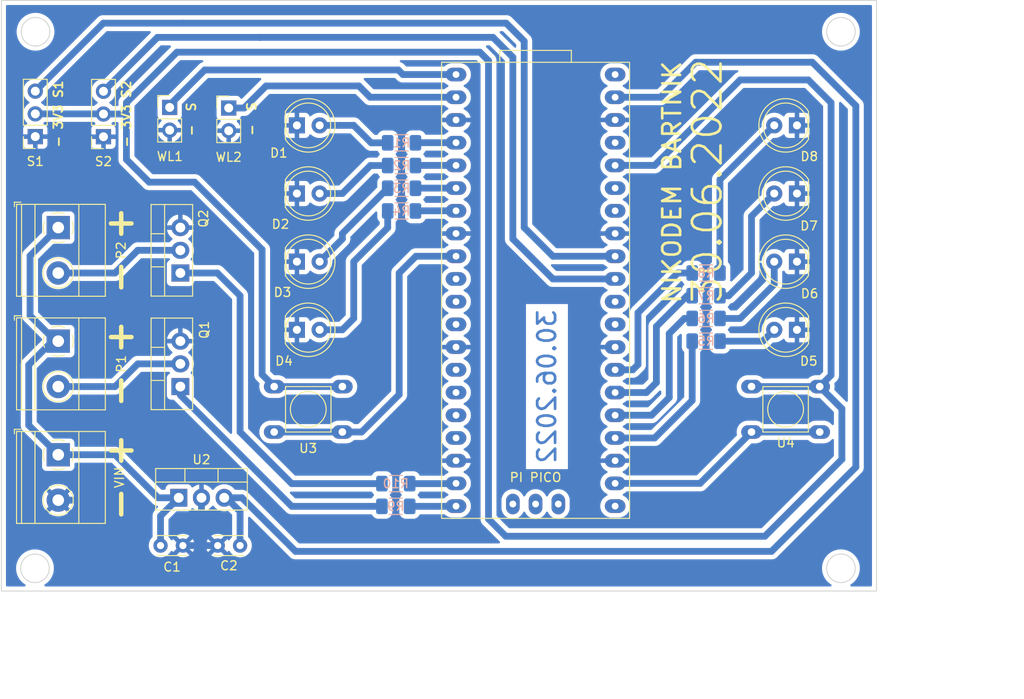
<source format=kicad_pcb>
(kicad_pcb (version 20211014) (generator pcbnew)
  (layers (0 "F.Cu" signal) (31 "B.Cu" signal) (34 "B.Paste" user) (35 "F.Paste" user) (36 "B.SilkS" user "B.Silkscreen") (37 "F.SilkS" user "F.Silkscreen") (38 "B.Mask" user) (39 "F.Mask" user) (44 "Edge.Cuts" user))
  (net 0 "")
  (net 1 "+12V")
  (net 2 "GND")
  (net 3 "+5V")
  (net 4 "Net-(D1-Pad2)")
  (net 5 "Net-(D2-Pad2)")
  (net 6 "Net-(D3-Pad2)")
  (net 7 "Net-(D4-Pad2)")
  (net 8 "Net-(D5-Pad2)")
  (net 9 "Net-(D6-Pad2)")
  (net 10 "Net-(D7-Pad2)")
  (net 11 "Net-(D8-Pad2)")
  (net 12 "Net-(J1-Pad2)")
  (net 13 "Net-(J2-Pad2)")
  (net 14 "+3V3")
  (net 15 "S1")
  (net 16 "Net-(Q1-Pad1)")
  (net 17 "Net-(Q2-Pad1)")
  (net 18 "LED_R1")
  (net 19 "LED_R2")
  (net 20 "LED_R3")
  (net 21 "LED_R4")
  (net 22 "LED_G1")
  (net 23 "LED_G2")
  (net 24 "LED_G3")
  (net 25 "LED_G4")
  (net 26 "BUTTON1")
  (net 27 "BUTTON2")
  (net 39 "WATER_LEVEL_SENSOR1")
  (net 40 "WATER_LEVEL_SENSOR2")
  (net 41 "S2")
  (net 42 "PUMP1")
  (net 43 "PUMP2")
  (footprint "Connector_PinHeader_2.54mm:PinHeader_1x02_P2.54mm_Vertical" (layer "F.Cu") (at 111.511496 72.922386)
    (fp_text reference "WL1" (at 0.025371 5.483167) (layer "F.SilkS"))
    (fp_text value "Water level sensor 1")
    (fp_line (start -1.33 3.87) (end 1.33 3.87) (layer "F.SilkS") (width 0.12))
    (fp_line (start 1.33 1.27) (end 1.33 3.87) (layer "F.SilkS") (width 0.12))
    (fp_line (start -1.33 1.27) (end -1.33 3.87) (layer "F.SilkS") (width 0.12))
    (fp_line (start -1.33 1.27) (end 1.33 1.27) (layer "F.SilkS") (width 0.12))
    (fp_line (start -1.33 -1.33) (end 0 -1.33) (layer "F.SilkS") (width 0.12))
    (fp_line (start -1.33 0) (end -1.33 -1.33) (layer "F.SilkS") (width 0.12))
    (pad "1" thru_hole rect (at 0 0) (size 1.7 1.7) (drill 1) (layers *.Cu *.Mask) (net 39 "WATER_LEVEL_SENSOR1"))
    (pad "2" thru_hole oval (at 0 2.54) (size 1.7 1.7) (drill 1) (layers *.Cu *.Mask) (net 2 "GND"))
  )
  (footprint "Capacitor_THT:C_Disc_D3.0mm_W2.0mm_P2.50mm" (layer "F.Cu") (at 110.49 121.92)
    (fp_text reference "C1" (at 1.287815 2.394066) (layer "F.SilkS"))
    (fp_text value "100u")
    (fp_line (start -0.37 -1.12) (end 2.87 -1.12) (layer "F.SilkS") (width 0.12))
    (fp_line (start -0.37 1.12) (end 2.87 1.12) (layer "F.SilkS") (width 0.12))
    (fp_line (start 2.87 1.055) (end 2.87 1.12) (layer "F.SilkS") (width 0.12))
    (fp_line (start -0.37 -1.12) (end -0.37 -1.055) (layer "F.SilkS") (width 0.12))
    (fp_line (start -0.37 1.055) (end -0.37 1.12) (layer "F.SilkS") (width 0.12))
    (fp_line (start 2.87 -1.12) (end 2.87 -1.055) (layer "F.SilkS") (width 0.12))
    (pad "1" thru_hole circle (at 0 0) (size 1.6 1.6) (drill 0.8) (layers *.Cu *.Mask) (net 1 "+12V"))
    (pad "2" thru_hole circle (at 2.5 0) (size 1.6 1.6) (drill 0.8) (layers *.Cu *.Mask) (net 2 "GND"))
  )
  (footprint "RaspberryPi:raspberry pi pico" (layer "F.Cu") (at 152.4 69.245)
    (fp_text reference "PI PICO" (at 0 45.055 unlocked) (layer "F.SilkS"))
    (fp_text value "pi pico")
    (fp_line (start -4 -2.7) (end 4 -2.7) (layer "F.SilkS") (width 0.12))
    (fp_line (start -4 -1.37) (end -4 -2.7) (layer "F.SilkS") (width 0.12))
    (fp_line (start 4 -2.7) (end 4 -1.37) (layer "F.SilkS") (width 0.12))
    (fp_rect (start -10.5 -1.37) (end 10.5 49.63) (layer "F.SilkS") (width 0.12) (fill none))
    (pad "1" thru_hole oval (at -8.89 0) (size 2.3 1.524) (drill 0.762) (layers *.Cu *.Mask) (net 39 "WATER_LEVEL_SENSOR1"))
    (pad "2" thru_hole oval (at -8.89 2.54) (size 2.3 1.524) (drill 0.762) (layers *.Cu *.Mask) (net 40 "WATER_LEVEL_SENSOR2"))
    (pad "3" thru_hole oval (at -8.89 5.08) (size 2.3 1.524) (drill 0.762) (layers *.Cu *.Mask) (net 2 "GND"))
    (pad "4" thru_hole oval (at -8.89 7.62) (size 2.3 1.524) (drill 0.762) (layers *.Cu *.Mask) (net 18 "LED_R1"))
    (pad "5" thru_hole oval (at -8.89 10.16) (size 2.3 1.524) (drill 0.762) (layers *.Cu *.Mask) (net 19 "LED_R2"))
    (pad "6" thru_hole oval (at -8.89 12.7) (size 2.3 1.524) (drill 0.762) (layers *.Cu *.Mask) (net 20 "LED_R3"))
    (pad "7" thru_hole oval (at -8.89 15.24) (size 2.3 1.524) (drill 0.762) (layers *.Cu *.Mask) (net 21 "LED_R4"))
    (pad "8" thru_hole oval (at -8.89 17.78) (size 2.3 1.524) (drill 0.762) (layers *.Cu *.Mask) (net 2 "GND"))
    (pad "9" thru_hole oval (at -8.89 20.32) (size 2.3 1.524) (drill 0.762) (layers *.Cu *.Mask) (net 26 "BUTTON1"))
    (pad "10" thru_hole oval (at -8.89 22.86) (size 2.3 1.524) (drill 0.762) (layers *.Cu *.Mask))
    (pad "11" thru_hole oval (at -8.89 25.4) (size 2.3 1.524) (drill 0.762) (layers *.Cu *.Mask))
    (pad "12" thru_hole oval (at -8.89 27.94) (size 2.3 1.524) (drill 0.762) (layers *.Cu *.Mask))
    (pad "13" thru_hole oval (at -8.89 30.48) (size 2.3 1.524) (drill 0.762) (layers *.Cu *.Mask) (net 2 "GND"))
    (pad "14" thru_hole oval (at -8.89 33.02) (size 2.3 1.524) (drill 0.762) (layers *.Cu *.Mask))
    (pad "15" thru_hole oval (at -8.89 35.56) (size 2.3 1.524) (drill 0.762) (layers *.Cu *.Mask))
    (pad "16" thru_hole oval (at -8.89 38.1) (size 2.3 1.524) (drill 0.762) (layers *.Cu *.Mask))
    (pad "17" thru_hole oval (at -8.89 40.64) (size 2.3 1.524) (drill 0.762) (layers *.Cu *.Mask))
    (pad "18" thru_hole oval (at -8.89 43.18) (size 2.3 1.524) (drill 0.762) (layers *.Cu *.Mask) (net 2 "GND"))
    (pad "19" thru_hole oval (at -8.89 45.72) (size 2.3 1.524) (drill 0.762) (layers *.Cu *.Mask) (net 43 "PUMP2"))
    (pad "20" thru_hole oval (at -8.89 48.26) (size 2.3 1.524) (drill 0.762) (layers *.Cu *.Mask) (net 42 "PUMP1"))
    (pad "21" thru_hole oval (at 8.89 48.26) (size 2.3 1.524) (drill 0.762) (layers *.Cu *.Mask))
    (pad "22" thru_hole oval (at 8.89 45.72) (size 2.3 1.524) (drill 0.762) (layers *.Cu *.Mask) (net 27 "BUTTON2"))
    (pad "23" thru_hole oval (at 8.89 43.18) (size 2.3 1.524) (drill 0.762) (layers *.Cu *.Mask) (net 2 "GND"))
    (pad "24" thru_hole oval (at 8.89 40.64) (size 2.3 1.524) (drill 0.762) (layers *.Cu *.Mask) (net 22 "LED_G1"))
    (pad "25" thru_hole oval (at 8.89 38.1) (size 2.3 1.524) (drill 0.762) (layers *.Cu *.Mask) (net 23 "LED_G2"))
    (pad "26" thru_hole oval (at 8.89 35.56) (size 2.3 1.524) (drill 0.762) (layers *.Cu *.Mask) (net 24 "LED_G3"))
    (pad "27" thru_hole oval (at 8.89 33.02) (size 2.3 1.524) (drill 0.762) (layers *.Cu *.Mask) (net 25 "LED_G4"))
    (pad "28" thru_hole oval (at 8.89 30.48) (size 2.3 1.524) (drill 0.762) (layers *.Cu *.Mask) (net 2 "GND"))
    (pad "29" thru_hole oval (at 8.89 27.94) (size 2.3 1.524) (drill 0.762) (layers *.Cu *.Mask))
    (pad "30" thru_hole oval (at 8.89 25.4) (size 2.3 1.524) (drill 0.762) (layers *.Cu *.Mask))
    (pad "31" thru_hole oval (at 8.89 22.86) (size 2.3 1.524) (drill 0.762) (layers *.Cu *.Mask) (net 41 "S2"))
    (pad "32" thru_hole oval (at 8.89 20.32) (size 2.3 1.524) (drill 0.762) (layers *.Cu *.Mask) (net 15 "S1"))
    (pad "33" thru_hole oval (at 8.89 17.78) (size 2.3 1.524) (drill 0.762) (layers *.Cu *.Mask) (net 2 "GND"))
    (pad "34" thru_hole oval (at 8.89 15.24) (size 2.3 1.524) (drill 0.762) (layers *.Cu *.Mask))
    (pad "35" thru_hole oval (at 8.89 12.7) (size 2.3 1.524) (drill 0.762) (layers *.Cu *.Mask))
    (pad "36" thru_hole oval (at 8.89 10.16) (size 2.3 1.524) (drill 0.762) (layers *.Cu *.Mask) (net 14 "+3V3"))
    (pad "37" thru_hole oval (at 8.89 7.62) (size 2.3 1.524) (drill 0.762) (layers *.Cu *.Mask))
    (pad "38" thru_hole oval (at 8.89 5.08) (size 2.3 1.524) (drill 0.762) (layers *.Cu *.Mask) (net 2 "GND"))
    (pad "39" thru_hole oval (at 8.89 2.54) (size 2.3 1.524) (drill 0.762) (layers *.Cu *.Mask) (net 3 "+5V"))
    (pad "40" thru_hole oval (at 8.89 0) (size 2.3 1.524) (drill 0.762) (layers *.Cu *.Mask))
    (pad "41" thru_hole oval (at -2.54 48.03 90) (size 2.3 1.524) (drill 0.762) (layers *.Cu *.Mask))
    (pad "42" thru_hole oval (at 0 48.03 90) (size 2.3 1.524) (drill 0.762) (layers *.Cu *.Mask))
    (pad "43" thru_hole oval (at 2.54 48.03 90) (size 2.3 1.524) (drill 0.762) (layers *.Cu *.Mask))
  )
  (footprint "TerminalBlock_Phoenix:TerminalBlock_Phoenix_MKDS-1,5-2-5.08_1x02_P5.08mm_Horizontal" (layer "F.Cu") (at 99.06 99.06 -90)
    (fp_text reference "P1" (at 2.54 -7.051049 90) (layer "F.SilkS"))
    (fp_text value "P1")
    (fp_line (start -2.6 -5.261) (end 7.68 -5.261) (layer "F.SilkS") (width 0.12))
    (fp_line (start 4.046 1.239) (end 4.011 1.274) (layer "F.SilkS") (width 0.12))
    (fp_line (start -2.6 -5.261) (end -2.6 4.66) (layer "F.SilkS") (width 0.12))
    (fp_line (start -2.6 2.6) (end 7.68 2.6) (layer "F.SilkS") (width 0.12))
    (fp_line (start 3.853 1.023) (end 3.806 1.069) (layer "F.SilkS") (width 0.12))
    (fp_line (start -2.84 4.16) (end -2.84 4.9) (layer "F.SilkS") (width 0.12))
    (fp_line (start -2.6 -2.301) (end 7.68 -2.301) (layer "F.SilkS") (width 0.12))
    (fp_line (start -2.6 4.1) (end 7.68 4.1) (layer "F.SilkS") (width 0.12))
    (fp_line (start 7.68 -5.261) (end 7.68 4.66) (layer "F.SilkS") (width 0.12))
    (fp_line (start -2.84 4.9) (end -2.34 4.9) (layer "F.SilkS") (width 0.12))
    (fp_line (start -2.6 4.66) (end 7.68 4.66) (layer "F.SilkS") (width 0.12))
    (fp_line (start 6.15 -1.275) (end 6.115 -1.239) (layer "F.SilkS") (width 0.12))
    (fp_line (start 6.355 -1.069) (end 6.308 -1.023) (layer "F.SilkS") (width 0.12))
    (fp_arc (start 1.535427 -0.683042) (mid 1.680501 0.000524) (end 1.535 0.684) (layer "F.SilkS") (width 0.12))
    (fp_arc (start 0.683318 1.534756) (mid 0.349292 1.643288) (end 0 1.68) (layer "F.SilkS") (width 0.12))
    (fp_arc (start 0.028805 1.680253) (mid -0.335551 1.646659) (end -0.684 1.535) (layer "F.SilkS") (width 0.12))
    (fp_arc (start -0.683042 -1.535427) (mid 0.000524 -1.680501) (end 0.684 -1.535) (layer "F.SilkS") (width 0.12))
    (fp_arc (start -1.535427 0.683042) (mid -1.680501 -0.000524) (end -1.535 -0.684) (layer "F.SilkS") (width 0.12))
    (fp_circle (center 5.08 0) (end 6.76 0) (layer "F.SilkS") (width 0.12) (fill none))
    (pad "1" thru_hole rect (at 0 0 270) (size 2.6 2.6) (drill 1.3) (layers *.Cu *.Mask) (net 1 "+12V"))
    (pad "2" thru_hole circle (at 5.08 0 270) (size 2.6 2.6) (drill 1.3) (layers *.Cu *.Mask) (net 12 "Net-(J1-Pad2)"))
  )
  (footprint "Package_TO_SOT_THT:TO-220-3_Vertical" (layer "F.Cu") (at 112.705 104.14 90)
    (fp_text reference "Q1" (at 6.342704 2.676139 90) (layer "F.SilkS"))
    (fp_text value "IRFZ44N")
    (fp_line (start -2.58 1.371) (end 7.66 1.371) (layer "F.SilkS") (width 0.12))
    (fp_line (start 0.69 -3.27) (end 0.69 -1.76) (layer "F.SilkS") (width 0.12))
    (fp_line (start -2.58 -1.76) (end 7.66 -1.76) (layer "F.SilkS") (width 0.12))
    (fp_line (start 7.66 -3.27) (end 7.66 1.371) (layer "F.SilkS") (width 0.12))
    (fp_line (start -2.58 -3.27) (end -2.58 1.371) (layer "F.SilkS") (width 0.12))
    (fp_line (start 4.391 -3.27) (end 4.391 -1.76) (layer "F.SilkS") (width 0.12))
    (fp_line (start -2.58 -3.27) (end 7.66 -3.27) (layer "F.SilkS") (width 0.12))
    (pad "1" thru_hole rect (at 0 0 90) (size 1.905 2) (drill 1.1) (layers *.Cu *.Mask) (net 16 "Net-(Q1-Pad1)"))
    (pad "2" thru_hole oval (at 2.54 0 90) (size 1.905 2) (drill 1.1) (layers *.Cu *.Mask) (net 12 "Net-(J1-Pad2)"))
    (pad "3" thru_hole oval (at 5.08 0 90) (size 1.905 2) (drill 1.1) (layers *.Cu *.Mask) (net 2 "GND"))
  )
  (footprint "Connector_PinHeader_2.54mm:PinHeader_1x02_P2.54mm_Vertical" (layer "F.Cu") (at 118.11 72.986714)
    (fp_text reference "WL2" (at 0 5.500966) (layer "F.SilkS"))
    (fp_text value "Water level sensor 2")
    (fp_line (start -1.33 1.27) (end 1.33 1.27) (layer "F.SilkS") (width 0.12))
    (fp_line (start -1.33 1.27) (end -1.33 3.87) (layer "F.SilkS") (width 0.12))
    (fp_line (start 1.33 1.27) (end 1.33 3.87) (layer "F.SilkS") (width 0.12))
    (fp_line (start -1.33 3.87) (end 1.33 3.87) (layer "F.SilkS") (width 0.12))
    (fp_line (start -1.33 -1.33) (end 0 -1.33) (layer "F.SilkS") (width 0.12))
    (fp_line (start -1.33 0) (end -1.33 -1.33) (layer "F.SilkS") (width 0.12))
    (pad "1" thru_hole rect (at 0 0) (size 1.7 1.7) (drill 1) (layers *.Cu *.Mask) (net 40 "WATER_LEVEL_SENSOR2"))
    (pad "2" thru_hole oval (at 0 2.54) (size 1.7 1.7) (drill 1) (layers *.Cu *.Mask) (net 2 "GND"))
  )
  (footprint "TerminalBlock_Phoenix:TerminalBlock_Phoenix_MKDS-1,5-2-5.08_1x02_P5.08mm_Horizontal" (layer "F.Cu") (at 99.06 86.36 -90)
    (fp_text reference "P2" (at 2.54 -7.020251 90) (layer "F.SilkS"))
    (fp_text value "P2")
    (fp_line (start -2.6 4.1) (end 7.68 4.1) (layer "F.SilkS") (width 0.12))
    (fp_line (start 7.68 -5.261) (end 7.68 4.66) (layer "F.SilkS") (width 0.12))
    (fp_line (start 3.853 1.023) (end 3.806 1.069) (layer "F.SilkS") (width 0.12))
    (fp_line (start -2.6 -2.301) (end 7.68 -2.301) (layer "F.SilkS") (width 0.12))
    (fp_line (start -2.6 -5.261) (end 7.68 -5.261) (layer "F.SilkS") (width 0.12))
    (fp_line (start 4.046 1.239) (end 4.011 1.274) (layer "F.SilkS") (width 0.12))
    (fp_line (start -2.6 2.6) (end 7.68 2.6) (layer "F.SilkS") (width 0.12))
    (fp_line (start 6.15 -1.275) (end 6.115 -1.239) (layer "F.SilkS") (width 0.12))
    (fp_line (start -2.6 4.66) (end 7.68 4.66) (layer "F.SilkS") (width 0.12))
    (fp_line (start -2.6 -5.261) (end -2.6 4.66) (layer "F.SilkS") (width 0.12))
    (fp_line (start -2.84 4.9) (end -2.34 4.9) (layer "F.SilkS") (width 0.12))
    (fp_line (start 6.355 -1.069) (end 6.308 -1.023) (layer "F.SilkS") (width 0.12))
    (fp_line (start -2.84 4.16) (end -2.84 4.9) (layer "F.SilkS") (width 0.12))
    (fp_arc (start 0.028805 1.680253) (mid -0.335551 1.646659) (end -0.684 1.535) (layer "F.SilkS") (width 0.12))
    (fp_arc (start -0.683042 -1.535427) (mid 0.000524 -1.680501) (end 0.684 -1.535) (layer "F.SilkS") (width 0.12))
    (fp_arc (start 1.535427 -0.683042) (mid 1.680501 0.000524) (end 1.535 0.684) (layer "F.SilkS") (width 0.12))
    (fp_arc (start -1.535427 0.683042) (mid -1.680501 -0.000524) (end -1.535 -0.684) (layer "F.SilkS") (width 0.12))
    (fp_arc (start 0.683318 1.534756) (mid 0.349292 1.643288) (end 0 1.68) (layer "F.SilkS") (width 0.12))
    (fp_circle (center 5.08 0) (end 6.76 0) (layer "F.SilkS") (width 0.12) (fill none))
    (pad "1" thru_hole rect (at 0 0 270) (size 2.6 2.6) (drill 1.3) (layers *.Cu *.Mask) (net 1 "+12V"))
    (pad "2" thru_hole circle (at 5.08 0 270) (size 2.6 2.6) (drill 1.3) (layers *.Cu *.Mask) (net 13 "Net-(J2-Pad2)"))
  )
  (footprint "TerminalBlock_Phoenix:TerminalBlock_Phoenix_MKDS-1,5-2-5.08_1x02_P5.08mm_Horizontal" (layer "F.Cu") (at 99.06 111.76 -90)
    (fp_text reference "VIN" (at 2.54 -6.835465 90) (layer "F.SilkS"))
    (fp_text value "IN")
    (fp_line (start -2.84 4.16) (end -2.84 4.9) (layer "F.SilkS") (width 0.12))
    (fp_line (start -2.6 4.66) (end 7.68 4.66) (layer "F.SilkS") (width 0.12))
    (fp_line (start -2.84 4.9) (end -2.34 4.9) (layer "F.SilkS") (width 0.12))
    (fp_line (start 4.046 1.239) (end 4.011 1.274) (layer "F.SilkS") (width 0.12))
    (fp_line (start 6.15 -1.275) (end 6.115 -1.239) (layer "F.SilkS") (width 0.12))
    (fp_line (start -2.6 -2.301) (end 7.68 -2.301) (layer "F.SilkS") (width 0.12))
    (fp_line (start -2.6 2.6) (end 7.68 2.6) (layer "F.SilkS") (width 0.12))
    (fp_line (start -2.6 -5.261) (end -2.6 4.66) (layer "F.SilkS") (width 0.12))
    (fp_line (start -2.6 -5.261) (end 7.68 -5.261) (layer "F.SilkS") (width 0.12))
    (fp_line (start -2.6 4.1) (end 7.68 4.1) (layer "F.SilkS") (width 0.12))
    (fp_line (start 3.853 1.023) (end 3.806 1.069) (layer "F.SilkS") (width 0.12))
    (fp_line (start 7.68 -5.261) (end 7.68 4.66) (layer "F.SilkS") (width 0.12))
    (fp_line (start 6.355 -1.069) (end 6.308 -1.023) (layer "F.SilkS") (width 0.12))
    (fp_arc (start 1.535427 -0.683042) (mid 1.680501 0.000524) (end 1.535 0.684) (layer "F.SilkS") (width 0.12))
    (fp_arc (start -1.535427 0.683042) (mid -1.680501 -0.000524) (end -1.535 -0.684) (layer "F.SilkS") (width 0.12))
    (fp_arc (start 0.028805 1.680253) (mid -0.335551 1.646659) (end -0.684 1.535) (layer "F.SilkS") (width 0.12))
    (fp_arc (start -0.683042 -1.535427) (mid 0.000524 -1.680501) (end 0.684 -1.535) (layer "F.SilkS") (width 0.12))
    (fp_arc (start 0.683318 1.534756) (mid 0.349292 1.643288) (end 0 1.68) (layer "F.SilkS") (width 0.12))
    (fp_circle (center 5.08 0) (end 6.76 0) (layer "F.SilkS") (width 0.12) (fill none))
    (pad "1" thru_hole rect (at 0 0 270) (size 2.6 2.6) (drill 1.3) (layers *.Cu *.Mask) (net 1 "+12V"))
    (pad "2" thru_hole circle (at 5.08 0 270) (size 2.6 2.6) (drill 1.3) (layers *.Cu *.Mask) (net 2 "GND"))
  )
  (footprint "LED_THT:LED_D5.0mm" (layer "F.Cu") (at 181.61 82.55 180)
    (fp_text reference "D7" (at -1.347799 -3.61877) (layer "F.SilkS"))
    (fp_text value "LED")
    (fp_line (start -1.29 -1.545) (end -1.29 1.545) (layer "F.SilkS") (width 0.12))
    (fp_arc (start -1.29 -1.54483) (mid 2.072002 -2.880433) (end 4.26 0.000462) (layer "F.SilkS") (width 0.12))
    (fp_arc (start 4.26 -0.000462) (mid 2.072002 2.880433) (end -1.29 1.54483) (layer "F.SilkS") (width 0.12))
    (fp_circle (center 1.27 0) (end 3.77 0) (layer "F.SilkS") (width 0.12) (fill none))
    (pad "1" thru_hole rect (at 0 0 180) (size 1.8 1.8) (drill 0.9) (layers *.Cu *.Mask) (net 2 "GND"))
    (pad "2" thru_hole circle (at 2.54 0 180) (size 1.8 1.8) (drill 0.9) (layers *.Cu *.Mask) (net 10 "Net-(D7-Pad2)"))
  )
  (footprint "Connector_PinSocket_2.54mm:PinSocket_1x03_P2.54mm_Vertical" (layer "F.Cu") (at 104.115 76.2 180)
    (fp_text reference "S2" (at 0 -2.77) (layer "F.SilkS"))
    (fp_text value "s2")
    (fp_line (start 1.33 -1.33) (end 1.33 0) (layer "F.SilkS") (width 0.12))
    (fp_line (start 1.33 1.27) (end 1.33 6.41) (layer "F.SilkS") (width 0.12))
    (fp_line (start -1.33 6.41) (end 1.33 6.41) (layer "F.SilkS") (width 0.12))
    (fp_line (start 0 -1.33) (end 1.33 -1.33) (layer "F.SilkS") (width 0.12))
    (fp_line (start -1.33 1.27) (end 1.33 1.27) (layer "F.SilkS") (width 0.12))
    (fp_line (start -1.33 1.27) (end -1.33 6.41) (layer "F.SilkS") (width 0.12))
    (pad "1" thru_hole rect (at 0 0 180) (size 1.7 1.7) (drill 1) (layers *.Cu *.Mask) (net 2 "GND"))
    (pad "2" thru_hole oval (at 0 2.54 180) (size 1.7 1.7) (drill 1) (layers *.Cu *.Mask) (net 14 "+3V3"))
    (pad "3" thru_hole oval (at 0 5.08 180) (size 1.7 1.7) (drill 1) (layers *.Cu *.Mask) (net 41 "S2"))
  )
  (footprint "LED_THT:LED_D5.0mm" (layer "F.Cu") (at 181.61 97.79 180)
    (fp_text reference "D5" (at -1.317001 -3.500412) (layer "F.SilkS"))
    (fp_text value "LED")
    (fp_line (start -1.29 -1.545) (end -1.29 1.545) (layer "F.SilkS") (width 0.12))
    (fp_arc (start -1.29 -1.54483) (mid 2.072002 -2.880433) (end 4.26 0.000462) (layer "F.SilkS") (width 0.12))
    (fp_arc (start 4.26 -0.000462) (mid 2.072002 2.880433) (end -1.29 1.54483) (layer "F.SilkS") (width 0.12))
    (fp_circle (center 1.27 0) (end 3.77 0) (layer "F.SilkS") (width 0.12) (fill none))
    (pad "1" thru_hole rect (at 0 0 180) (size 1.8 1.8) (drill 0.9) (layers *.Cu *.Mask) (net 2 "GND"))
    (pad "2" thru_hole circle (at 2.54 0 180) (size 1.8 1.8) (drill 0.9) (layers *.Cu *.Mask) (net 8 "Net-(D5-Pad2)"))
  )
  (footprint "LED_THT:LED_D5.0mm" (layer "F.Cu") (at 181.61 90.17 180)
    (fp_text reference "D6" (at -1.409394 -3.57499) (layer "F.SilkS"))
    (fp_text value "LED")
    (fp_line (start -1.29 -1.545) (end -1.29 1.545) (layer "F.SilkS") (width 0.12))
    (fp_arc (start 4.26 -0.000462) (mid 2.072002 2.880433) (end -1.29 1.54483) (layer "F.SilkS") (width 0.12))
    (fp_arc (start -1.29 -1.54483) (mid 2.072002 -2.880433) (end 4.26 0.000462) (layer "F.SilkS") (width 0.12))
    (fp_circle (center 1.27 0) (end 3.77 0) (layer "F.SilkS") (width 0.12) (fill none))
    (pad "1" thru_hole rect (at 0 0 180) (size 1.8 1.8) (drill 0.9) (layers *.Cu *.Mask) (net 2 "GND"))
    (pad "2" thru_hole circle (at 2.54 0 180) (size 1.8 1.8) (drill 0.9) (layers *.Cu *.Mask) (net 9 "Net-(D6-Pad2)"))
  )
  (footprint "LED_THT:LED_D5.0mm" (layer "F.Cu") (at 125.73 82.55)
    (fp_text reference "D2" (at -1.833013 3.431773) (layer "F.SilkS"))
    (fp_text value "LED")
    (fp_line (start -1.29 -1.545) (end -1.29 1.545) (layer "F.SilkS") (width 0.12))
    (fp_arc (start -1.29 -1.54483) (mid 2.072002 -2.880433) (end 4.26 0.000462) (layer "F.SilkS") (width 0.12))
    (fp_arc (start 4.26 -0.000462) (mid 2.072002 2.880433) (end -1.29 1.54483) (layer "F.SilkS") (width 0.12))
    (fp_circle (center 1.27 0) (end 3.77 0) (layer "F.SilkS") (width 0.12) (fill none))
    (pad "1" thru_hole rect (at 0 0) (size 1.8 1.8) (drill 0.9) (layers *.Cu *.Mask) (net 2 "GND"))
    (pad "2" thru_hole circle (at 2.54 0) (size 1.8 1.8) (drill 0.9) (layers *.Cu *.Mask) (net 5 "Net-(D2-Pad2)"))
  )
  (footprint "Capacitor_THT:C_Disc_D3.0mm_W2.0mm_P2.50mm" (layer "F.Cu") (at 119.38 121.92 180)
    (fp_text reference "C2" (at 1.25 -2.25) (layer "F.SilkS"))
    (fp_text value "10u")
    (fp_line (start 2.87 -1.12) (end 2.87 -1.055) (layer "F.SilkS") (width 0.12))
    (fp_line (start -0.37 -1.12) (end 2.87 -1.12) (layer "F.SilkS") (width 0.12))
    (fp_line (start -0.37 1.055) (end -0.37 1.12) (layer "F.SilkS") (width 0.12))
    (fp_line (start 2.87 1.055) (end 2.87 1.12) (layer "F.SilkS") (width 0.12))
    (fp_line (start -0.37 -1.12) (end -0.37 -1.055) (layer "F.SilkS") (width 0.12))
    (fp_line (start -0.37 1.12) (end 2.87 1.12) (layer "F.SilkS") (width 0.12))
    (pad "1" thru_hole circle (at 0 0 180) (size 1.6 1.6) (drill 0.8) (layers *.Cu *.Mask) (net 3 "+5V"))
    (pad "2" thru_hole circle (at 2.5 0 180) (size 1.6 1.6) (drill 0.8) (layers *.Cu *.Mask) (net 2 "GND"))
  )
  (footprint "casual_components:tact_switch" (layer "F.Cu") (at 127 109.22 180)
    (fp_text reference "U3" (at 0.013688 -1.820482 unlocked) (layer "F.SilkS"))
    (fp_text value "tact_switch")
    (fp_line (start -2.54 5.08) (end 2.54 5.08) (layer "F.SilkS") (width 0.12))
    (fp_line (start 2.54 5.08) (end 2.54 0) (layer "F.SilkS") (width 0.12))
    (fp_line (start -2.54 0) (end -2.54 5.08) (layer "F.SilkS") (width 0.12))
    (fp_line (start 2.54 0) (end -2.54 0) (layer "F.SilkS") (width 0.12))
    (fp_circle (center 0 2.54) (end 2 2.54) (layer "F.SilkS") (width 0.12) (fill none))
    (pad "1" thru_hole oval (at -3.81 5.08 180) (size 2.3 1.524) (drill 0.85) (layers *.Cu *.Mask) (net 14 "+3V3"))
    (pad "2" thru_hole oval (at 3.81 5.08 180) (size 2.3 1.524) (drill 0.85) (layers *.Cu *.Mask) (net 14 "+3V3"))
    (pad "3" thru_hole oval (at -3.81 0 180) (size 2.3 1.524) (drill 0.85) (layers *.Cu *.Mask) (net 26 "BUTTON1"))
    (pad "4" thru_hole oval (at 3.81 0 180) (size 2.3 1.524) (drill 0.85) (layers *.Cu *.Mask) (net 26 "BUTTON1"))
  )
  (footprint "LED_THT:LED_D5.0mm" (layer "F.Cu") (at 125.73 97.79)
    (fp_text reference "D4" (at -1.442909 3.487935) (layer "F.SilkS"))
    (fp_text value "LED")
    (fp_line (start -1.29 -1.545) (end -1.29 1.545) (layer "F.SilkS") (width 0.12))
    (fp_arc (start -1.29 -1.54483) (mid 2.072002 -2.880433) (end 4.26 0.000462) (layer "F.SilkS") (width 0.12))
    (fp_arc (start 4.26 -0.000462) (mid 2.072002 2.880433) (end -1.29 1.54483) (layer "F.SilkS") (width 0.12))
    (fp_circle (center 1.27 0) (end 3.77 0) (layer "F.SilkS") (width 0.12) (fill none))
    (pad "1" thru_hole rect (at 0 0) (size 1.8 1.8) (drill 0.9) (layers *.Cu *.Mask) (net 2 "GND"))
    (pad "2" thru_hole circle (at 2.54 0) (size 1.8 1.8) (drill 0.9) (layers *.Cu *.Mask) (net 7 "Net-(D4-Pad2)"))
  )
  (footprint "Connector_PinSocket_2.54mm:PinSocket_1x03_P2.54mm_Vertical" (layer "F.Cu") (at 96.495 76.185 180)
    (fp_text reference "S1" (at 0 -2.77) (layer "F.SilkS"))
    (fp_text value "s1")
    (fp_line (start -1.33 6.41) (end 1.33 6.41) (layer "F.SilkS") (width 0.12))
    (fp_line (start 1.33 -1.33) (end 1.33 0) (layer "F.SilkS") (width 0.12))
    (fp_line (start 1.33 1.27) (end 1.33 6.41) (layer "F.SilkS") (width 0.12))
    (fp_line (start -1.33 1.27) (end -1.33 6.41) (layer "F.SilkS") (width 0.12))
    (fp_line (start -1.33 1.27) (end 1.33 1.27) (layer "F.SilkS") (width 0.12))
    (fp_line (start 0 -1.33) (end 1.33 -1.33) (layer "F.SilkS") (width 0.12))
    (pad "1" thru_hole rect (at 0 0 180) (size 1.7 1.7) (drill 1) (layers *.Cu *.Mask) (net 2 "GND"))
    (pad "2" thru_hole oval (at 0 2.54 180) (size 1.7 1.7) (drill 1) (layers *.Cu *.Mask) (net 14 "+3V3"))
    (pad "3" thru_hole oval (at 0 5.08 180) (size 1.7 1.7) (drill 1) (layers *.Cu *.Mask) (net 15 "S1"))
  )
  (footprint "LED_THT:LED_D5.0mm" (layer "F.Cu") (at 125.73 74.93)
    (fp_text reference "D1" (at -2.017799 3.085449) (layer "F.SilkS"))
    (fp_text value "LED")
    (fp_line (start -1.29 -1.545) (end -1.29 1.545) (layer "F.SilkS") (width 0.12))
    (fp_arc (start -1.29 -1.54483) (mid 2.072002 -2.880433) (end 4.26 0.000462) (layer "F.SilkS") (width 0.12))
    (fp_arc (start 4.26 -0.000462) (mid 2.072002 2.880433) (end -1.29 1.54483) (layer "F.SilkS") (width 0.12))
    (fp_circle (center 1.27 0) (end 3.77 0) (layer "F.SilkS") (width 0.12) (fill none))
    (pad "1" thru_hole rect (at 0 0) (size 1.8 1.8) (drill 0.9) (layers *.Cu *.Mask) (net 2 "GND"))
    (pad "2" thru_hole circle (at 2.54 0) (size 1.8 1.8) (drill 0.9) (layers *.Cu *.Mask) (net 4 "Net-(D1-Pad2)"))
  )
  (footprint "Package_TO_SOT_THT:TO-220-3_Vertical" (layer "F.Cu") (at 112.705 91.44 90)
    (fp_text reference "Q2" (at 6.084951 2.583746 90) (layer "F.SilkS"))
    (fp_text value "IRFZ44N")
    (fp_line (start -2.58 -1.76) (end 7.66 -1.76) (layer "F.SilkS") (width 0.12))
    (fp_line (start -2.58 -3.27) (end -2.58 1.371) (layer "F.SilkS") (width 0.12))
    (fp_line (start 7.66 -3.27) (end 7.66 1.371) (layer "F.SilkS") (width 0.12))
    (fp_line (start 4.391 -3.27) (end 4.391 -1.76) (layer "F.SilkS") (width 0.12))
    (fp_line (start 0.69 -3.27) (end 0.69 -1.76) (layer "F.SilkS") (width 0.12))
    (fp_line (start -2.58 1.371) (end 7.66 1.371) (layer "F.SilkS") (width 0.12))
    (fp_line (start -2.58 -3.27) (end 7.66 -3.27) (layer "F.SilkS") (width 0.12))
    (pad "1" thru_hole rect (at 0 0 90) (size 1.905 2) (drill 1.1) (layers *.Cu *.Mask) (net 17 "Net-(Q2-Pad1)"))
    (pad "2" thru_hole oval (at 2.54 0 90) (size 1.905 2) (drill 1.1) (layers *.Cu *.Mask) (net 13 "Net-(J2-Pad2)"))
    (pad "3" thru_hole oval (at 5.08 0 90) (size 1.905 2) (drill 1.1) (layers *.Cu *.Mask) (net 2 "GND"))
  )
  (footprint "LED_THT:LED_D5.0mm" (layer "F.Cu") (at 181.61 74.93 180)
    (fp_text reference "D8" (at -1.378597 -3.477764) (layer "F.SilkS"))
    (fp_text value "LED")
    (fp_line (start -1.29 -1.545) (end -1.29 1.545) (layer "F.SilkS") (width 0.12))
    (fp_arc (start -1.29 -1.54483) (mid 2.072002 -2.880433) (end 4.26 0.000462) (layer "F.SilkS") (width 0.12))
    (fp_arc (start 4.26 -0.000462) (mid 2.072002 2.880433) (end -1.29 1.54483) (layer "F.SilkS") (width 0.12))
    (fp_circle (center 1.27 0) (end 3.77 0) (layer "F.SilkS") (width 0.12) (fill none))
    (pad "1" thru_hole rect (at 0 0 180) (size 1.8 1.8) (drill 0.9) (layers *.Cu *.Mask) (net 2 "GND"))
    (pad "2" thru_hole circle (at 2.54 0 180) (size 1.8 1.8) (drill 0.9) (layers *.Cu *.Mask) (net 11 "Net-(D8-Pad2)"))
  )
  (footprint "Package_TO_SOT_THT:TO-220-3_Vertical" (layer "F.Cu") (at 112.525728 116.575321)
    (fp_text reference "U2" (at 2.54 -4.27) (layer "F.SilkS"))
    (fp_text value "L7805")
    (fp_line (start 7.66 -3.27) (end 7.66 1.371) (layer "F.SilkS") (width 0.12))
    (fp_line (start 0.69 -3.27) (end 0.69 -1.76) (layer "F.SilkS") (width 0.12))
    (fp_line (start -2.58 -1.76) (end 7.66 -1.76) (layer "F.SilkS") (width 0.12))
    (fp_line (start 4.391 -3.27) (end 4.391 -1.76) (layer "F.SilkS") (width 0.12))
    (fp_line (start -2.58 -3.27) (end -2.58 1.371) (layer "F.SilkS") (width 0.12))
    (fp_line (start -2.58 1.371) (end 7.66 1.371) (layer "F.SilkS") (width 0.12))
    (fp_line (start -2.58 -3.27) (end 7.66 -3.27) (layer "F.SilkS") (width 0.12))
    (pad "1" thru_hole rect (at 0 0) (size 1.905 2) (drill 1.1) (layers *.Cu *.Mask) (net 1 "+12V"))
    (pad "2" thru_hole oval (at 2.54 0) (size 1.905 2) (drill 1.1) (layers *.Cu *.Mask) (net 2 "GND"))
    (pad "3" thru_hole oval (at 5.08 0) (size 1.905 2) (drill 1.1) (layers *.Cu *.Mask) (net 3 "+5V"))
  )
  (footprint "casual_components:tact_switch" (layer "F.Cu") (at 180.34 109.22 180)
    (fp_text reference "U4" (at -0.013687 -1.212279 unlocked) (layer "F.SilkS"))
    (fp_text value "tact_switch")
    (fp_line (start 2.54 0) (end -2.54 0) (layer "F.SilkS") (width 0.12))
    (fp_line (start -2.54 0) (end -2.54 5.08) (layer "F.SilkS") (width 0.12))
    (fp_line (start -2.54 5.08) (end 2.54 5.08) (layer "F.SilkS") (width 0.12))
    (fp_line (start 2.54 5.08) (end 2.54 0) (layer "F.SilkS") (width 0.12))
    (fp_circle (center 0 2.54) (end 2 2.54) (layer "F.SilkS") (width 0.12) (fill none))
    (pad "1" thru_hole oval (at -3.81 5.08 180) (size 2.3 1.524) (drill 0.85) (layers *.Cu *.Mask) (net 14 "+3V3"))
    (pad "2" thru_hole oval (at 3.81 5.08 180) (size 2.3 1.524) (drill 0.85) (layers *.Cu *.Mask) (net 14 "+3V3"))
    (pad "3" thru_hole oval (at -3.81 0 180) (size 2.3 1.524) (drill 0.85) (layers *.Cu *.Mask) (net 27 "BUTTON2"))
    (pad "4" thru_hole oval (at 3.81 0 180) (size 2.3 1.524) (drill 0.85) (layers *.Cu *.Mask) (net 27 "BUTTON2"))
  )
  (footprint "LED_THT:LED_D5.0mm" (layer "F.Cu") (at 125.73 90.17)
    (fp_text reference "D3" (at -1.607164 3.429056) (layer "F.SilkS"))
    (fp_text value "LED")
    (fp_line (start -1.29 -1.545) (end -1.29 1.545) (layer "F.SilkS") (width 0.12))
    (fp_arc (start -1.29 -1.54483) (mid 2.072002 -2.880433) (end 4.26 0.000462) (layer "F.SilkS") (width 0.12))
    (fp_arc (start 4.26 -0.000462) (mid 2.072002 2.880433) (end -1.29 1.54483) (layer "F.SilkS") (width 0.12))
    (fp_circle (center 1.27 0) (end 3.77 0) (layer "F.SilkS") (width 0.12) (fill none))
    (pad "1" thru_hole rect (at 0 0) (size 1.8 1.8) (drill 0.9) (layers *.Cu *.Mask) (net 2 "GND"))
    (pad "2" thru_hole circle (at 2.54 0) (size 1.8 1.8) (drill 0.9) (layers *.Cu *.Mask) (net 6 "Net-(D3-Pad2)"))
  )
  (footprint "Resistor_SMD:R_1206_3216Metric_Pad1.30x1.75mm_HandSolder" (layer "B.Cu") (at 137.424001 79.421503 180)
    (fp_text reference "R2" (at 0 0) (layer "B.SilkS") (effects (justify mirror)))
    (fp_text value "330")
    (fp_line (start -0.727064 0.91) (end 0.727064 0.91) (layer "B.SilkS") (width 0.12))
    (fp_line (start -0.727064 -0.91) (end 0.727064 -0.91) (layer "B.SilkS") (width 0.12))
    (pad "1" smd roundrect (at -1.55 0 180) (size 1.3 1.75) (layers "B.Cu" "B.Paste" "B.Mask") (roundrect_rratio 0.1923076923) (net 19 "LED_R2"))
    (pad "2" smd roundrect (at 1.55 0 180) (size 1.3 1.75) (layers "B.Cu" "B.Paste" "B.Mask") (roundrect_rratio 0.1923076923) (net 5 "Net-(D2-Pad2)"))
  )
  (footprint "Resistor_SMD:R_1206_3216Metric_Pad1.30x1.75mm_HandSolder" (layer "B.Cu") (at 171.45 99.06)
    (fp_text reference "R5" (at 0 0) (layer "B.SilkS") (effects (justify mirror)))
    (fp_text value "250")
    (fp_line (start -0.727064 0.91) (end 0.727064 0.91) (layer "B.SilkS") (width 0.12))
    (fp_line (start -0.727064 -0.91) (end 0.727064 -0.91) (layer "B.SilkS") (width 0.12))
    (pad "1" smd roundrect (at -1.55 0) (size 1.3 1.75) (layers "B.Cu" "B.Paste" "B.Mask") (roundrect_rratio 0.1923076923) (net 22 "LED_G1"))
    (pad "2" smd roundrect (at 1.55 0) (size 1.3 1.75) (layers "B.Cu" "B.Paste" "B.Mask") (roundrect_rratio 0.1923076923) (net 8 "Net-(D5-Pad2)"))
  )
  (footprint "Resistor_SMD:R_1206_3216Metric_Pad1.30x1.75mm_HandSolder" (layer "B.Cu") (at 171.45 93.98)
    (fp_text reference "R7" (at 0 0) (layer "B.SilkS") (effects (justify mirror)))
    (fp_text value "250")
    (fp_line (start -0.727064 0.91) (end 0.727064 0.91) (layer "B.SilkS") (width 0.12))
    (fp_line (start -0.727064 -0.91) (end 0.727064 -0.91) (layer "B.SilkS") (width 0.12))
    (pad "1" smd roundrect (at -1.55 0) (size 1.3 1.75) (layers "B.Cu" "B.Paste" "B.Mask") (roundrect_rratio 0.1923076923) (net 24 "LED_G3"))
    (pad "2" smd roundrect (at 1.55 0) (size 1.3 1.75) (layers "B.Cu" "B.Paste" "B.Mask") (roundrect_rratio 0.1923076923) (net 10 "Net-(D7-Pad2)"))
  )
  (footprint "Resistor_SMD:R_1206_3216Metric_Pad1.30x1.75mm_HandSolder" (layer "B.Cu") (at 136.779443 114.99198)
    (fp_text reference "R10" (at 0 0) (layer "B.SilkS") (effects (justify mirror)))
    (fp_text value "10k")
    (fp_line (start -0.727064 0.91) (end 0.727064 0.91) (layer "B.SilkS") (width 0.12))
    (fp_line (start -0.727064 -0.91) (end 0.727064 -0.91) (layer "B.SilkS") (width 0.12))
    (pad "1" smd roundrect (at -1.55 0) (size 1.3 1.75) (layers "B.Cu" "B.Paste" "B.Mask") (roundrect_rratio 0.1923076923) (net 17 "Net-(Q2-Pad1)"))
    (pad "2" smd roundrect (at 1.55 0) (size 1.3 1.75) (layers "B.Cu" "B.Paste" "B.Mask") (roundrect_rratio 0.1923076923) (net 43 "PUMP2"))
  )
  (footprint "Resistor_SMD:R_1206_3216Metric_Pad1.30x1.75mm_HandSolder" (layer "B.Cu") (at 137.424001 81.961503 180)
    (fp_text reference "R3" (at 0 0) (layer "B.SilkS") (effects (justify mirror)))
    (fp_text value "330")
    (fp_line (start -0.727064 -0.91) (end 0.727064 -0.91) (layer "B.SilkS") (width 0.12))
    (fp_line (start -0.727064 0.91) (end 0.727064 0.91) (layer "B.SilkS") (width 0.12))
    (pad "1" smd roundrect (at -1.55 0 180) (size 1.3 1.75) (layers "B.Cu" "B.Paste" "B.Mask") (roundrect_rratio 0.1923076923) (net 20 "LED_R3"))
    (pad "2" smd roundrect (at 1.55 0 180) (size 1.3 1.75) (layers "B.Cu" "B.Paste" "B.Mask") (roundrect_rratio 0.1923076923) (net 6 "Net-(D3-Pad2)"))
  )
  (footprint "Resistor_SMD:R_1206_3216Metric_Pad1.30x1.75mm_HandSolder" (layer "B.Cu") (at 171.45 91.44)
    (fp_text reference "R8" (at 0 0) (layer "B.SilkS") (effects (justify mirror)))
    (fp_text value "250")
    (fp_line (start -0.727064 -0.91) (end 0.727064 -0.91) (layer "B.SilkS") (width 0.12))
    (fp_line (start -0.727064 0.91) (end 0.727064 0.91) (layer "B.SilkS") (width 0.12))
    (pad "1" smd roundrect (at -1.55 0) (size 1.3 1.75) (layers "B.Cu" "B.Paste" "B.Mask") (roundrect_rratio 0.1923076923) (net 25 "LED_G4"))
    (pad "2" smd roundrect (at 1.55 0) (size 1.3 1.75) (layers "B.Cu" "B.Paste" "B.Mask") (roundrect_rratio 0.1923076923) (net 11 "Net-(D8-Pad2)"))
  )
  (footprint "Resistor_SMD:R_1206_3216Metric_Pad1.30x1.75mm_HandSolder" (layer "B.Cu") (at 136.779443 117.53198)
    (fp_text reference "R9" (at 0 0) (layer "B.SilkS") (effects (justify mirror)))
    (fp_text value "10k")
    (fp_line (start -0.727064 0.91) (end 0.727064 0.91) (layer "B.SilkS") (width 0.12))
    (fp_line (start -0.727064 -0.91) (end 0.727064 -0.91) (layer "B.SilkS") (width 0.12))
    (pad "1" smd roundrect (at -1.55 0) (size 1.3 1.75) (layers "B.Cu" "B.Paste" "B.Mask") (roundrect_rratio 0.1923076923) (net 16 "Net-(Q1-Pad1)"))
    (pad "2" smd roundrect (at 1.55 0) (size 1.3 1.75) (layers "B.Cu" "B.Paste" "B.Mask") (roundrect_rratio 0.1923076923) (net 42 "PUMP1"))
  )
  (footprint "Resistor_SMD:R_1206_3216Metric_Pad1.30x1.75mm_HandSolder" (layer "B.Cu") (at 137.424001 84.501503 180)
    (fp_text reference "R4" (at 0 0) (layer "B.SilkS") (effects (justify mirror)))
    (fp_text value "330")
    (fp_line (start -0.727064 -0.91) (end 0.727064 -0.91) (layer "B.SilkS") (width 0.12))
    (fp_line (start -0.727064 0.91) (end 0.727064 0.91) (layer "B.SilkS") (width 0.12))
    (pad "1" smd roundrect (at -1.55 0 180) (size 1.3 1.75) (layers "B.Cu" "B.Paste" "B.Mask") (roundrect_rratio 0.1923076923) (net 21 "LED_R4"))
    (pad "2" smd roundrect (at 1.55 0 180) (size 1.3 1.75) (layers "B.Cu" "B.Paste" "B.Mask") (roundrect_rratio 0.1923076923) (net 7 "Net-(D4-Pad2)"))
  )
  (footprint "Resistor_SMD:R_1206_3216Metric_Pad1.30x1.75mm_HandSolder" (layer "B.Cu") (at 171.45 96.52)
    (fp_text reference "R6" (at 0 0) (layer "B.SilkS") (effects (justify mirror)))
    (fp_text value "250")
    (fp_line (start -0.727064 -0.91) (end 0.727064 -0.91) (layer "B.SilkS") (width 0.12))
    (fp_line (start -0.727064 0.91) (end 0.727064 0.91) (layer "B.SilkS") (width 0.12))
    (pad "1" smd roundrect (at -1.55 0) (size 1.3 1.75) (layers "B.Cu" "B.Paste" "B.Mask") (roundrect_rratio 0.1923076923) (net 23 "LED_G2"))
    (pad "2" smd roundrect (at 1.55 0) (size 1.3 1.75) (layers "B.Cu" "B.Paste" "B.Mask") (roundrect_rratio 0.1923076923) (net 9 "Net-(D6-Pad2)"))
  )
  (footprint "Resistor_SMD:R_1206_3216Metric_Pad1.30x1.75mm_HandSolder" (layer "B.Cu") (at 137.424001 76.881503 180)
    (fp_text reference "R1" (at 0 0) (layer "B.SilkS") (effects (justify mirror)))
    (fp_text value "330")
    (fp_line (start -0.727064 0.91) (end 0.727064 0.91) (layer "B.SilkS") (width 0.12))
    (fp_line (start -0.727064 -0.91) (end 0.727064 -0.91) (layer "B.SilkS") (width 0.12))
    (pad "1" smd roundrect (at -1.55 0 180) (size 1.3 1.75) (layers "B.Cu" "B.Paste" "B.Mask") (roundrect_rratio 0.1923076923) (net 18 "LED_R1"))
    (pad "2" smd roundrect (at 1.55 0 180) (size 1.3 1.75) (layers "B.Cu" "B.Paste" "B.Mask") (roundrect_rratio 0.1923076923) (net 4 "Net-(D1-Pad2)"))
  )
  (gr_circle (center 96.52 64.46) (end 98.12 64.46) (layer "Edge.Cuts") (width 0.1) (fill none))
  (gr_circle (center 96.46 124.46) (end 98.06 124.46) (layer "Edge.Cuts") (width 0.1) (fill none))
  (gr_rect (start 92.71 60.96) (end 190.5 127) (layer "Edge.Cuts") (width 0.1) (fill none))
  (gr_circle (center 186.52 124.46) (end 188.12 124.46) (layer "Edge.Cuts") (width 0.1) (fill none))
  (gr_circle (center 186.52 64.46) (end 188.12 64.46) (layer "Edge.Cuts") (width 0.1) (fill none))
  (gr_text "30.06.2022" (at 153.67 104.14 90) (layer "B.Cu") (effects (font (size 2 2) (thickness 0.3)) (justify mirror)))
  (gr_text "-  S" (at 120.679439 74.208419 90) (layer "F.SilkS") (effects (font (size 1 1) (thickness 0.2))))
  (gr_text "+ -" (at 106.316366 114.285406 270) (layer "F.SilkS") (effects (font (size 3 3) (thickness 0.5))))
  (gr_text "-  S" (at 113.924489 74.249482 90) (layer "F.SilkS") (effects (font (size 1 1) (thickness 0.2))))
  (gr_text "+ -" (at 106.316366 101.6 270) (layer "F.SilkS") (effects (font (size 3 3) (thickness 0.5))))
  (gr_text "NIKODEM BARTNIK" (at 167.64 81.28 90) (layer "F.SilkS") (effects (font (size 2 2) (thickness 0.3))))
  (gr_text "- 3V3 S2" (at 106.68 73.66 90) (layer "F.SilkS") (effects (font (size 1 1) (thickness 0.2))))
  (gr_text "+ -" (at 106.316366 88.9 270) (layer "F.SilkS") (effects (font (size 3 3) (thickness 0.5))))
  (gr_text "30.06.2022" (at 171.596691 81.140605 90) (layer "F.SilkS") (effects (font (size 3.2 3.2) (thickness 0.3))))
  (gr_text "- 3V3 S1" (at 99.06 73.66 90) (layer "F.SilkS") (effects (font (size 1 1) (thickness 0.2))))
  (segment (start 95.761094 108.461094) (end 95.761094 101.715288) (width 0.762) (layer "B.Cu") (net 1))
  (segment (start 95.912752 96.205049) (end 98.767703 99.06) (width 0.762) (layer "B.Cu") (net 1))
  (segment (start 99.06 111.76) (end 95.761094 108.461094) (width 0.762) (layer "B.Cu") (net 1))
  (segment (start 110.225321 116.575321) (end 112.525728 116.575321) (width 0.762) (layer "B.Cu") (net 1))
  (segment (start 110.49 118.611049) (end 112.525728 116.575321) (width 0.762) (layer "B.Cu") (net 1))
  (segment (start 95.761094 101.715288) (end 98.416382 99.06) (width 0.762) (layer "B.Cu") (net 1))
  (segment (start 110.49 121.92) (end 110.49 118.611049) (width 0.762) (layer "B.Cu") (net 1))
  (segment (start 99.06 111.76) (end 105.41 111.76) (width 0.762) (layer "B.Cu") (net 1))
  (segment (start 95.912752 89.507248) (end 95.912752 96.205049) (width 0.762) (layer "B.Cu") (net 1))
  (segment (start 99.06 86.36) (end 95.912752 89.507248) (width 0.762) (layer "B.Cu") (net 1))
  (segment (start 98.767703 99.06) (end 99.06 99.06) (width 0.762) (layer "B.Cu") (net 1))
  (segment (start 98.416382 99.06) (end 99.06 99.06) (width 0.762) (layer "B.Cu") (net 1))
  (segment (start 105.41 111.76) (end 110.225321 116.575321) (width 0.762) (layer "B.Cu") (net 1))
  (segment (start 115.08431 121.92) (end 115.08431 123.74214) (width 0.762) (layer "B.Cu") (net 2))
  (segment (start 102.196297 119.338411) (end 102.196297 117.925322) (width 0.762) (layer "B.Cu") (net 2))
  (segment (start 115.08431 123.74214) (end 113.798498 125.027952) (width 0.762) (layer "B.Cu") (net 2))
  (segment (start 115.065728 121.415728) (end 115.57 121.92) (width 0.762) (layer "B.Cu") (net 2))
  (segment (start 115.065728 116.575321) (end 115.065728 121.415728) (width 0.762) (layer "B.Cu") (net 2))
  (segment (start 115.57 121.92) (end 115.08431 121.92) (width 0.762) (layer "B.Cu") (net 2))
  (segment (start 102.196297 117.925322) (end 101.110975 116.84) (width 0.762) (layer "B.Cu") (net 2))
  (segment (start 115.08431 121.92) (end 112.99 121.92) (width 0.762) (layer "B.Cu") (net 2))
  (segment (start 107.885838 125.027952) (end 102.196297 119.338411) (width 0.762) (layer "B.Cu") (net 2))
  (segment (start 113.798498 125.027952) (end 107.885838 125.027952) (width 0.762) (layer "B.Cu") (net 2))
  (segment (start 101.110975 116.84) (end 99.06 116.84) (width 0.762) (layer "B.Cu") (net 2))
  (segment (start 116.88 121.92) (end 115.57 121.92) (width 0.762) (layer "B.Cu") (net 2))
  (segment (start 188.186975 113.147139) (end 188.186975 72.733696) (width 0.762) (layer "B.Cu") (net 3))
  (segment (start 119.589968 116.575321) (end 125.58387 122.569223) (width 0.762) (layer "B.Cu") (net 3))
  (segment (start 183.323829 67.87055) (end 170.29134 67.87055) (width 0.762) (layer "B.Cu") (net 3))
  (segment (start 170.29134 67.87055) (end 166.37689 71.785) (width 0.762) (layer "B.Cu") (net 3))
  (segment (start 125.58387 122.569223) (end 178.764891 122.569223) (width 0.762) (layer "B.Cu") (net 3))
  (segment (start 117.845321 116.575321) (end 119.38 118.11) (width 0.762) (layer "B.Cu") (net 3))
  (segment (start 117.605728 116.575321) (end 119.589968 116.575321) (width 0.762) (layer "B.Cu") (net 3))
  (segment (start 119.38 118.11) (end 119.38 121.92) (width 0.762) (layer "B.Cu") (net 3))
  (segment (start 166.37689 71.785) (end 161.29 71.785) (width 0.762) (layer "B.Cu") (net 3))
  (segment (start 117.605728 116.575321) (end 117.845321 116.575321) (width 0.762) (layer "B.Cu") (net 3))
  (segment (start 188.186975 72.733696) (end 183.323829 67.87055) (width 0.762) (layer "B.Cu") (net 3))
  (segment (start 178.764891 122.569223) (end 188.186975 113.147139) (width 0.762) (layer "B.Cu") (net 3))
  (segment (start 134.031503 76.881503) (end 132.08 74.93) (width 0.762) (layer "B.Cu") (net 4))
  (segment (start 132.08 74.93) (end 128.27 74.93) (width 0.762) (layer "B.Cu") (net 4))
  (segment (start 135.874001 76.881503) (end 134.031503 76.881503) (width 0.762) (layer "B.Cu") (net 4))
  (segment (start 130.81 82.55) (end 128.27 82.55) (width 0.762) (layer "B.Cu") (net 5))
  (segment (start 133.938497 79.421503) (end 130.81 82.55) (width 0.762) (layer "B.Cu") (net 5))
  (segment (start 135.874001 79.421503) (end 133.938497 79.421503) (width 0.762) (layer "B.Cu") (net 5))
  (segment (start 130.81 87.63) (end 128.27 90.17) (width 0.762) (layer "B.Cu") (net 6))
  (segment (start 130.81 87.025504) (end 130.81 87.63) (width 0.762) (layer "B.Cu") (net 6))
  (segment (start 135.874001 81.961503) (end 130.81 87.025504) (width 0.762) (layer "B.Cu") (net 6))
  (segment (start 135.874001 86.375999) (end 132.08 90.17) (width 0.762) (layer "B.Cu") (net 7))
  (segment (start 132.08 90.17) (end 132.08 96.52) (width 0.762) (layer "B.Cu") (net 7))
  (segment (start 132.08 96.52) (end 130.81 97.79) (width 0.762) (layer "B.Cu") (net 7))
  (segment (start 135.874001 84.501503) (end 135.874001 86.375999) (width 0.762) (layer "B.Cu") (net 7))
  (segment (start 130.81 97.79) (end 128.27 97.79) (width 0.762) (layer "B.Cu") (net 7))
  (segment (start 173 99.06) (end 177.8 99.06) (width 0.762) (layer "B.Cu") (net 8))
  (segment (start 177.8 99.06) (end 179.07 97.79) (width 0.762) (layer "B.Cu") (net 8))
  (segment (start 179.07 92.71) (end 179.07 90.17) (width 0.762) (layer "B.Cu") (net 9))
  (segment (start 175.26 96.52) (end 179.07 92.71) (width 0.762) (layer "B.Cu") (net 9))
  (segment (start 173 96.52) (end 175.26 96.52) (width 0.762) (layer "B.Cu") (net 9))
  (segment (start 173.99 93.98) (end 176.53 91.44) (width 0.762) (layer "B.Cu") (net 10))
  (segment (start 173 93.98) (end 173.99 93.98) (width 0.762) (layer "B.Cu") (net 10))
  (segment (start 176.53 85.09) (end 179.07 82.55) (width 0.762) (layer "B.Cu") (net 10))
  (segment (start 176.53 91.44) (end 176.53 85.09) (width 0.762) (layer "B.Cu") (net 10))
  (segment (start 173 91.44) (end 173 81) (width 0.762) (layer "B.Cu") (net 11))
  (segment (start 173 81) (end 179.07 74.93) (width 0.762) (layer "B.Cu") (net 11))
  (segment (start 105.41 104.14) (end 107.95 101.6) (width 0.762) (layer "B.Cu") (net 12))
  (segment (start 99.06 104.14) (end 105.41 104.14) (width 0.762) (layer "B.Cu") (net 12))
  (segment (start 107.95 101.6) (end 112.705 101.6) (width 0.762) (layer "B.Cu") (net 12))
  (segment (start 105.41 91.44) (end 107.95 88.9) (width 0.762) (layer "B.Cu") (net 13))
  (segment (start 107.95 88.9) (end 112.705 88.9) (width 0.762) (layer "B.Cu") (net 13))
  (segment (start 99.06 91.44) (end 105.41 91.44) (width 0.762) (layer "B.Cu") (net 13))
  (segment (start 104.1 73.645) (end 104.115 73.66) (width 0.762) (layer "B.Cu") (net 14))
  (segment (start 182.88 69.85) (end 185.42 72.39) (width 0.762) (layer "B.Cu") (net 14))
  (segment (start 106.68 73.66) (end 104.115 73.66) (width 0.762) (layer "B.Cu") (net 14))
  (segment (start 175.26 69.85) (end 182.88 69.85) (width 0.762) (layer "B.Cu") (net 14))
  (segment (start 186.628422 112.272295) (end 178.02368 120.877037) (width 0.762) (layer "B.Cu") (net 14))
  (segment (start 185.42 72.39) (end 185.42 102.87) (width 0.762) (layer "B.Cu") (net 14))
  (segment (start 109.22 81.28) (end 106.68 78.74) (width 0.762) (layer "B.Cu") (net 14))
  (segment (start 106.68 78.74) (end 106.68 73.66) (width 0.762) (layer "B.Cu") (net 14))
  (segment (start 176.53 104.14) (end 184.15 104.14) (width 0.762) (layer "B.Cu") (net 14))
  (segment (start 165.705 79.405) (end 175.26 69.85) (width 0.762) (layer "B.Cu") (net 14))
  (segment (start 121.843848 88.823848) (end 114.3 81.28) (width 0.762) (layer "B.Cu") (net 14))
  (segment (start 147.140049 118.949045) (end 147.140049 67.705205) (width 0.762) (layer "B.Cu") (net 14))
  (segment (start 112.324704 66.745296) (end 106.68 72.39) (width 0.762) (layer "B.Cu") (net 14))
  (segment (start 123.19 104.14) (end 121.843848 102.793848) (width 0.762) (layer "B.Cu") (net 14))
  (segment (start 186.628422 106.618422) (end 186.628422 112.272295) (width 0.762) (layer "B.Cu") (net 14))
  (segment (start 184.15 104.14) (end 186.628422 106.618422) (width 0.762) (layer "B.Cu") (net 14))
  (segment (start 149.068041 120.877037) (end 147.140049 118.949045) (width 0.762) (layer "B.Cu") (net 14))
  (segment (start 146.18014 66.745296) (end 112.324704 66.745296) (width 0.762) (layer "B.Cu") (net 14))
  (segment (start 106.68 72.39) (end 106.68 73.66) (width 0.762) (layer "B.Cu") (net 14))
  (segment (start 96.495 73.645) (end 104.1 73.645) (width 0.762) (layer "B.Cu") (net 14))
  (segment (start 114.3 81.28) (end 109.22 81.28) (width 0.762) (layer "B.Cu") (net 14))
  (segment (start 185.42 102.87) (end 184.15 104.14) (width 0.762) (layer "B.Cu") (net 14))
  (segment (start 178.02368 120.877037) (end 149.068041 120.877037) (width 0.762) (layer "B.Cu") (net 14))
  (segment (start 123.19 104.14) (end 130.81 104.14) (width 0.762) (layer "B.Cu") (net 14))
  (segment (start 121.843848 102.793848) (end 121.843848 88.823848) (width 0.762) (layer "B.Cu") (net 14))
  (segment (start 147.140049 67.705205) (end 146.18014 66.745296) (width 0.762) (layer "B.Cu") (net 14))
  (segment (start 161.29 79.405) (end 165.705 79.405) (width 0.762) (layer "B.Cu") (net 14))
  (segment (start 161.29 89.565) (end 154.335 89.565) (width 0.762) (layer "B.Cu") (net 15))
  (segment (start 149.112538 63.5) (end 112.98152 63.5) (width 0.762) (layer "B.Cu") (net 15))
  (segment (start 151.13 65.517462) (end 149.112538 63.5) (width 0.762) (layer "B.Cu") (net 15))
  (segment (start 113.03 63.5) (end 104.1 63.5) (width 0.762) (layer "B.Cu") (net 15))
  (segment (start 151.13 86.36) (end 151.13 65.517462) (width 0.762) (layer "B.Cu") (net 15))
  (segment (start 104.1 63.5) (end 96.495 71.105) (width 0.762) (layer "B.Cu") (net 15))
  (segment (start 154.335 89.565) (end 151.13 86.36) (width 0.762) (layer "B.Cu") (net 15))
  (segment (start 135.229443 117.53198) (end 125.15198 117.53198) (width 0.762) (layer "B.Cu") (net 16))
  (segment (start 125.15198 117.53198) (end 112.705 105.085) (width 0.762) (layer "B.Cu") (net 16))
  (segment (start 112.705 105.085) (end 112.705 104.14) (width 0.762) (layer "B.Cu") (net 16))
  (segment (start 116.84 91.44) (end 112.705 91.44) (width 0.762) (layer "B.Cu") (net 17))
  (segment (start 119.38 109.22) (end 119.38 93.98) (width 0.762) (layer "B.Cu") (net 17))
  (segment (start 125.15198 114.99198) (end 119.38 109.22) (width 0.762) (layer "B.Cu") (net 17))
  (segment (start 119.38 93.98) (end 116.84 91.44) (width 0.762) (layer "B.Cu") (net 17))
  (segment (start 135.229443 114.99198) (end 125.15198 114.99198) (width 0.762) (layer "B.Cu") (net 17))
  (segment (start 138.990504 76.865) (end 138.974001 76.881503) (width 0.762) (layer "B.Cu") (net 18))
  (segment (start 143.51 76.865) (end 138.990504 76.865) (width 0.762) (layer "B.Cu") (net 18))
  (segment (start 138.990504 79.405) (end 138.974001 79.421503) (width 0.762) (layer "B.Cu") (net 19))
  (segment (start 143.51 79.405) (end 138.990504 79.405) (width 0.762) (layer "B.Cu") (net 19))
  (segment (start 138.990504 81.945) (end 138.974001 81.961503) (width 0.762) (layer "B.Cu") (net 20))
  (segment (start 143.51 81.945) (end 138.990504 81.945) (width 0.762) (layer "B.Cu") (net 20))
  (segment (start 143.51 84.485) (end 138.990504 84.485) (width 0.762) (layer "B.Cu") (net 21))
  (segment (start 138.990504 84.485) (end 138.974001 84.501503) (width 0.762) (layer "B.Cu") (net 21))
  (segment (start 165.705 109.885) (end 169.9 105.69) (width 0.762) (layer "B.Cu") (net 22))
  (segment (start 169.9 105.69) (end 169.9 99.06) (width 0.762) (layer "B.Cu") (net 22))
  (segment (start 161.29 109.885) (end 165.705 109.885) (width 0.762) (layer "B.Cu") (net 22))
  (segment (start 167.337598 105.362774) (end 167.337598 98.206683) (width 0.762) (layer "B.Cu") (net 23))
  (segment (start 161.29 107.345) (end 165.355372 107.345) (width 0.762) (layer "B.Cu") (net 23))
  (segment (start 165.355372 107.345) (end 167.337598 105.362774) (width 0.762) (layer "B.Cu") (net 23))
  (segment (start 169.024281 96.52) (end 169.9 96.52) (width 0.762) (layer "B.Cu") (net 23))
  (segment (start 167.337598 98.206683) (end 169.024281 96.52) (width 0.762) (layer "B.Cu") (net 23))
  (segment (start 161.29 104.805) (end 164.783677 104.805) (width 0.762) (layer "B.Cu") (net 24))
  (segment (start 165.901431 97.415984) (end 169.337415 93.98) (width 0.762) (layer "B.Cu") (net 24))
  (segment (start 164.783677 104.805) (end 165.901431 103.687246) (width 0.762) (layer "B.Cu") (net 24))
  (segment (start 169.337415 93.98) (end 169.9 93.98) (width 0.762) (layer "B.Cu") (net 24))
  (segment (start 165.901431 103.687246) (end 165.901431 97.415984) (width 0.762) (layer "B.Cu") (net 24))
  (segment (start 163.254537 102.265) (end 163.842925 101.676612) (width 0.762) (layer "B.Cu") (net 25))
  (segment (start 163.842925 101.676612) (end 163.842925 95.884073) (width 0.762) (layer "B.Cu") (net 25))
  (segment (start 161.29 102.265) (end 163.254537 102.265) (width 0.762) (layer "B.Cu") (net 25))
  (segment (start 163.842925 95.884073) (end 168.286998 91.44) (width 0.762) (layer "B.Cu") (net 25))
  (segment (start 168.286998 91.44) (end 169.9 91.44) (width 0.762) (layer "B.Cu") (net 25))
  (segment (start 132.963635 109.22) (end 137.16 105.023635) (width 0.762) (layer "B.Cu") (net 26))
  (segment (start 137.16 105.023635) (end 137.16 91.44) (width 0.762) (layer "B.Cu") (net 26))
  (segment (start 137.16 91.44) (end 139.035 89.565) (width 0.762) (layer "B.Cu") (net 26))
  (segment (start 139.035 89.565) (end 143.51 89.565) (width 0.762) (layer "B.Cu") (net 26))
  (segment (start 123.19 109.22) (end 130.81 109.22) (width 0.762) (layer "B.Cu") (net 26))
  (segment (start 130.81 109.22) (end 132.963635 109.22) (width 0.762) (layer "B.Cu") (net 26))
  (segment (start 176.53 109.22) (end 184.15 109.22) (width 0.762) (layer "B.Cu") (net 27))
  (segment (start 161.29 114.965) (end 170.785 114.965) (width 0.762) (layer "B.Cu") (net 27))
  (segment (start 170.785 114.965) (end 176.53 109.22) (width 0.762) (layer "B.Cu") (net 27))
  (segment (start 111.511496 72.922386) (end 111.511496 72.651909) (width 0.762) (layer "B.Cu") (net 39))
  (segment (start 115.427685 68.73572) (end 137.065025 68.73572) (width 0.762) (layer "B.Cu") (net 39))
  (segment (start 111.511496 72.651909) (end 115.427685 68.73572) (width 0.762) (layer "B.Cu") (net 39))
  (segment (start 137.574305 69.245) (end 143.51 69.245) (width 0.762) (layer "B.Cu") (net 39))
  (segment (start 137.065025 68.73572) (end 137.574305 69.245) (width 0.762) (layer "B.Cu") (net 39))
  (segment (start 133.915177 71.785) (end 143.51 71.785) (width 0.762) (layer "B.Cu") (net 40))
  (segment (start 122.282489 70.52393) (end 132.654107 70.52393) (width 0.762) (layer "B.Cu") (net 40))
  (segment (start 119.819705 72.986714) (end 122.282489 70.52393) (width 0.762) (layer "B.Cu") (net 40))
  (segment (start 118.11 72.986714) (end 119.819705 72.986714) (width 0.762) (layer "B.Cu") (net 40))
  (segment (start 132.654107 70.52393) (end 133.915177 71.785) (width 0.762) (layer "B.Cu") (net 40))
  (segment (start 149.86 87.63) (end 149.86 67.31) (width 0.762) (layer "B.Cu") (net 41))
  (segment (start 149.86 67.31) (end 147.636404 65.086404) (width 0.762) (layer "B.Cu") (net 41))
  (segment (start 161.29 92.105) (end 154.335 92.105) (width 0.762) (layer "B.Cu") (net 41))
  (segment (start 110.145298 65.089702) (end 104.115 71.12) (width 0.762) (layer "B.Cu") (net 41))
  (segment (start 121.600298 65.089702) (end 110.145298 65.089702) (width 0.762) (layer "B.Cu") (net 41))
  (segment (start 121.603596 65.086404) (end 121.600298 65.089702) (width 0.762) (layer "B.Cu") (net 41))
  (segment (start 147.636404 65.086404) (end 121.603596 65.086404) (width 0.762) (layer "B.Cu") (net 41))
  (segment (start 154.335 92.105) (end 149.86 87.63) (width 0.762) (layer "B.Cu") (net 41))
  (segment (start 138.329443 117.53198) (end 143.48302 117.53198) (width 0.762) (layer "B.Cu") (net 42))
  (segment (start 143.48302 117.53198) (end 143.51 117.505) (width 0.762) (layer "B.Cu") (net 42))
  (segment (start 143.48302 114.99198) (end 143.51 114.965) (width 0.762) (layer "B.Cu") (net 43))
  (segment (start 138.329443 114.99198) (end 143.48302 114.99198) (width 0.762) (layer "B.Cu") (net 43))
  (zone (net 2) (net_name "GND") (layer "B.Cu") (name "GND") (connect_pads (clearance 0.508)) (min_thickness 0.254) (fill yes (thermal_gap 0.508) (thermal_bridge_width 0.508) (island_removal_mode 1) (island_area_min 0))
    (polygon (pts (xy 190.5 127) (xy 92.71 127) (xy 92.71 60.96) (xy 190.5 60.96)))
  )
)
</source>
